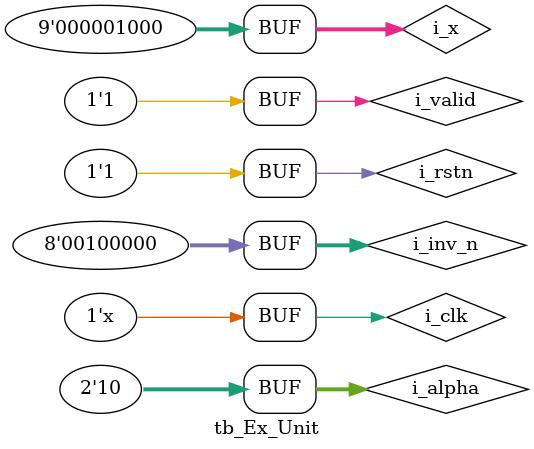
<source format=v>
module tb_Ex_Unit ();
	reg 				i_clk;
	reg					i_rstn;
	reg					i_valid;
	reg	 signed	[8:0]	i_x;
	reg  		[1:0]	i_alpha;
	reg	 		[7:0]	i_inv_n;

	wire				o_Ex_done;
	wire signed	[7:0]	o_Ex;

	
	always #5 i_clk = ~i_clk;


	Ex_Unit u_Ex_Unit (
		.i_clk(i_clk),
        .i_rstn(i_rstn),
        .i_valid(i_valid), 
        .i_x(i_x),
        .i_alpha(i_alpha),
        .i_inv_n(i_inv_n),
        .o_Ex_done(o_Ex_done),
        .o_Ex(o_Ex)
    );
			

	initial
	begin
		i_clk = 1'd0;	i_rstn = 1'd0;	i_valid = 1'd0;		
		#1 i_rstn = 1'd1;	#1 i_rstn = 1'd0; 	#2 i_rstn = 1'd1;
		
		#5 i_valid = 1'd1;	i_alpha = 2'd2;		i_inv_n = 8'd32;
		
		
		#10 i_x = 8'sd1;
		#10 i_x = 8'sd2; 	
		#10 i_x = 8'sd3;	
		#10 i_x = 8'sd4;	
		#10 i_x = 8'sd5;			
		#10 i_x = 8'sd6;	
		#10 i_x = 8'sd7;			
		#10 i_x = 8'sd8;	



	end

endmodule

</source>
